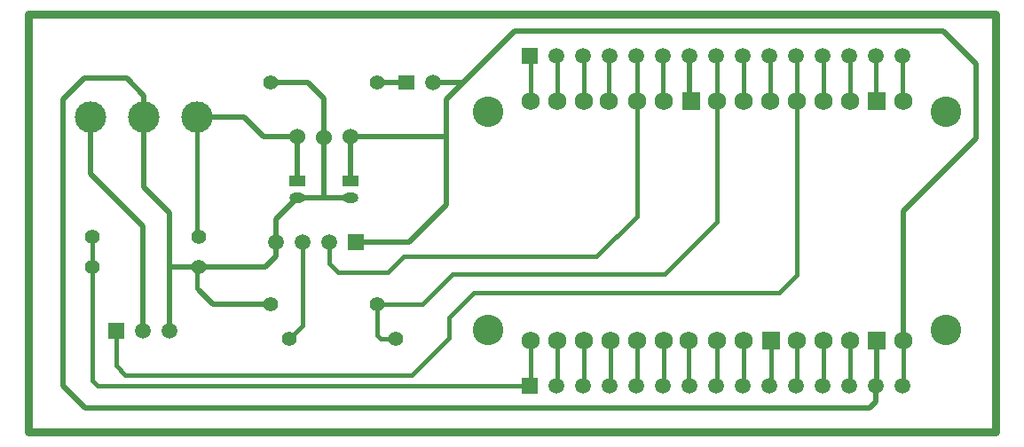
<source format=gbr>
G04 Layer_Physical_Order=2*
G04 Layer_Color=16711680*
%FSLAX44Y44*%
%MOMM*%
%TF.FileFunction,Copper,L2,Bot,Signal*%
%TF.Part,Single*%
G01*
G75*
%TA.AperFunction,Conductor*%
%ADD10C,0.5080*%
%ADD11C,0.3810*%
%ADD12C,0.2540*%
%TA.AperFunction,NonConductor*%
%ADD13C,0.3810*%
%ADD14C,0.7620*%
%TA.AperFunction,ComponentPad*%
%ADD15C,1.5000*%
%ADD16R,1.5000X1.5000*%
%ADD17C,1.7526*%
%ADD18R,1.7526X1.7526*%
%ADD19C,2.9210*%
%ADD20C,1.4000*%
%ADD21C,1.5240*%
%ADD22R,1.5000X1.0000*%
%ADD23O,1.5000X1.0000*%
%ADD24C,3.0000*%
%ADD25R,1.5000X1.4000*%
%TA.AperFunction,ViaPad*%
%ADD26C,1.5240*%
D10*
X631190Y318008D02*
Y359410D01*
X834644Y87884D02*
Y211074D01*
X904240Y280670D01*
Y351790D01*
X873125Y382905D02*
X904240Y351790D01*
X134620Y96520D02*
Y209550D01*
X135890Y157480D02*
X162560D01*
X110490Y233680D02*
Y300990D01*
Y233680D02*
X134620Y209550D01*
X59690Y246380D02*
Y300990D01*
Y246380D02*
X109220Y196850D01*
Y96520D02*
Y196850D01*
X176530Y121920D02*
X231140D01*
X162560Y135890D02*
X176530Y121920D01*
X226060Y157480D02*
X236220Y167640D01*
Y181610D01*
X162560Y157480D02*
X226060D01*
X809244Y44704D02*
Y87884D01*
X808990Y29210D02*
Y44450D01*
X802640Y22860D02*
X808990Y29210D01*
X54610Y22860D02*
X802640D01*
X33020Y44450D02*
X54610Y22860D01*
X33020Y44450D02*
Y317500D01*
X53340Y337820D01*
X93980D01*
X110490Y321310D01*
Y300990D02*
Y321310D01*
X281940Y224030D02*
Y281690D01*
X256540Y224030D02*
X281940D01*
X307340D01*
X161290Y300990D02*
X205740D01*
X224790Y281940D01*
X256540D01*
Y240030D02*
Y281940D01*
X307340Y240030D02*
Y282190D01*
X464185Y382905D02*
X873125D01*
X363220Y181610D02*
X398780Y217170D01*
X312420Y181610D02*
X363220D01*
X307340Y282190D02*
X397260D01*
X398780Y217170D02*
Y317500D01*
X386080Y334010D02*
X415290D01*
X398780Y317500D02*
X415290Y334010D01*
X464185Y382905D01*
X332740Y334010D02*
X360680D01*
X231140Y334010D02*
X266700D01*
X281940Y318770D01*
Y281690D02*
Y318770D01*
X236220Y203710D02*
X256540Y224030D01*
X236220Y181610D02*
Y203710D01*
D11*
X60960Y49530D02*
Y157480D01*
X733044Y150114D02*
Y316484D01*
X716280Y133350D02*
X733044Y150114D01*
X425450Y133350D02*
X716280D01*
X401320Y109220D02*
X425450Y133350D01*
X401320Y90170D02*
Y109220D01*
X365760Y54610D02*
X401320Y90170D01*
X92710Y54610D02*
X365760D01*
X83820Y63500D02*
X92710Y54610D01*
X83820Y63500D02*
Y96520D01*
X60960Y157480D02*
Y186690D01*
X161290Y187960D02*
Y300990D01*
X504444Y44704D02*
Y87884D01*
X708914Y45974D02*
Y87884D01*
X733044Y44704D02*
Y87884D01*
X834390Y316738D02*
Y359410D01*
X808990Y316738D02*
Y359410D01*
X605790Y316738D02*
Y359410D01*
X479044Y44704D02*
Y87884D01*
X529844Y44704D02*
Y87884D01*
X555244Y44704D02*
Y87884D01*
X580644Y44704D02*
Y87884D01*
X606044Y44704D02*
Y87884D01*
X630174Y45466D02*
Y87884D01*
X656844Y44704D02*
Y87884D01*
X682244Y44704D02*
Y87884D01*
X783844Y44704D02*
Y87884D01*
X758444Y44704D02*
Y87884D01*
X834644Y44704D02*
Y87884D01*
X479044Y316484D02*
Y359156D01*
X504444Y316484D02*
Y359156D01*
X529844Y316484D02*
Y359156D01*
X553974Y316484D02*
Y358394D01*
X580644Y316484D02*
Y359156D01*
X656844Y316484D02*
Y359156D01*
X682244Y316484D02*
Y359156D01*
X707644Y316484D02*
Y359156D01*
X733044Y316484D02*
Y359156D01*
X758444Y316484D02*
Y359156D01*
X783844Y316484D02*
Y359156D01*
X261620Y101600D02*
Y181610D01*
X248920Y88900D02*
X261620Y101600D01*
X332740Y92710D02*
Y121920D01*
Y92710D02*
X336550Y88900D01*
X350520D01*
X542290Y167640D02*
X580644Y205994D01*
Y316484D01*
X332740Y121920D02*
X375920D01*
X405130Y151130D01*
X607060D01*
X656844Y200914D01*
Y316484D01*
X358140Y167640D02*
X542290D01*
X342900Y152400D02*
X358140Y167640D01*
X295910Y152400D02*
X342900D01*
X287020Y161290D02*
X295910Y152400D01*
X287020Y161290D02*
Y181610D01*
X60960Y49530D02*
X66040Y44450D01*
X478790D01*
D12*
X656590Y87630D02*
X656844Y87884D01*
X732790Y359410D02*
X733044Y359156D01*
X783590Y359410D02*
X783844Y359156D01*
D13*
X161290Y137160D02*
Y153670D01*
D14*
X923290Y0D02*
Y398780D01*
X0D02*
X923290D01*
X0Y0D02*
X923290D01*
X0D02*
Y398780D01*
D15*
X261620Y181610D02*
D03*
X504190Y44450D02*
D03*
X529590D02*
D03*
X554990D02*
D03*
X580390D02*
D03*
X605790D02*
D03*
X631190D02*
D03*
X656590D02*
D03*
X681990D02*
D03*
X707390D02*
D03*
X732790D02*
D03*
X758190D02*
D03*
X783590D02*
D03*
X808990D02*
D03*
X834390D02*
D03*
X504190Y359410D02*
D03*
X529590D02*
D03*
X554990D02*
D03*
X580390D02*
D03*
X605790D02*
D03*
X631190D02*
D03*
X656590D02*
D03*
X681990D02*
D03*
X707390D02*
D03*
X732790D02*
D03*
X758190D02*
D03*
X783590D02*
D03*
X808990D02*
D03*
X834390D02*
D03*
X109220Y96520D02*
D03*
X134620D02*
D03*
X236220Y181610D02*
D03*
X287020D02*
D03*
X386080Y334010D02*
D03*
D16*
X478790Y44450D02*
D03*
Y359410D02*
D03*
X83820Y96520D02*
D03*
X312420Y181610D02*
D03*
D17*
X606044Y316484D02*
D03*
X580644D02*
D03*
X553974D02*
D03*
X529844D02*
D03*
X504444D02*
D03*
X479044D02*
D03*
X656844D02*
D03*
X682244D02*
D03*
X707644D02*
D03*
X783844D02*
D03*
X758444D02*
D03*
X733044D02*
D03*
X834644D02*
D03*
X606044Y87884D02*
D03*
X580644D02*
D03*
X555244D02*
D03*
X529844D02*
D03*
X504444D02*
D03*
X479044D02*
D03*
X630174D02*
D03*
X656844D02*
D03*
X682244D02*
D03*
X783844D02*
D03*
X758444D02*
D03*
X733044D02*
D03*
X834644D02*
D03*
D18*
X632714Y316484D02*
D03*
X809244D02*
D03*
X708914Y87884D02*
D03*
X809244D02*
D03*
D19*
X875284Y98044D02*
D03*
Y306324D02*
D03*
X438404Y98044D02*
D03*
Y306324D02*
D03*
D20*
X332740Y121920D02*
D03*
X231140D02*
D03*
X248920Y88900D02*
D03*
X350520D02*
D03*
X60960Y186690D02*
D03*
X162560D02*
D03*
Y157480D02*
D03*
X60960D02*
D03*
X332740Y334010D02*
D03*
X231140D02*
D03*
D21*
X307340Y282190D02*
D03*
X281940Y281690D02*
D03*
X256540Y281940D02*
D03*
D22*
X307340Y240030D02*
D03*
X256540D02*
D03*
D23*
X307340Y224030D02*
D03*
X256540D02*
D03*
D24*
X161290Y300990D02*
D03*
X110490D02*
D03*
X59690D02*
D03*
D25*
X360680Y334010D02*
D03*
D26*
X606044Y87884D02*
D03*
%TF.MD5,AD88B7CED21D89403FF69A58E7F070E1*%
M02*

</source>
